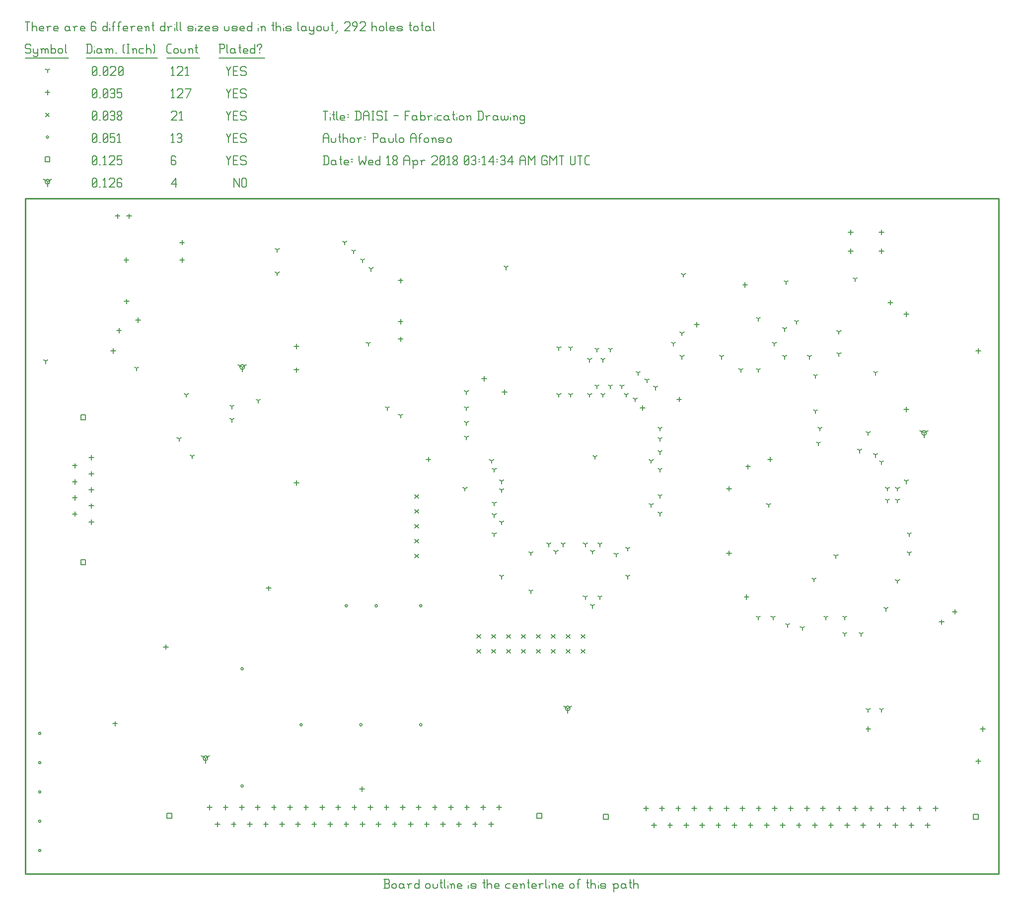
<source format=gbr>
G04 start of page 17 for group -3984 idx -3984 *
G04 Title: DAISI, fab *
G04 Creator: pcb 20140316 *
G04 CreationDate: Wed 18 Apr 2018 03:14:34 AM GMT UTC *
G04 For: afonsop *
G04 Format: Gerber/RS-274X *
G04 PCB-Dimensions (mil): 6540.00 4540.00 *
G04 PCB-Coordinate-Origin: lower left *
%MOIN*%
%FSLAX25Y25*%
%LNFAB*%
%ADD224C,0.0075*%
%ADD223C,0.0060*%
%ADD222C,0.0080*%
%ADD221C,0.0100*%
G54D221*X0Y454000D02*Y260D01*
X653543D01*
Y454000D01*
X0D01*
G54D222*X121063Y78016D02*Y74816D01*
Y78016D02*X123836Y79616D01*
X121063Y78016D02*X118290Y79616D01*
X119463Y78016D02*G75*G03X122663Y78016I1600J0D01*G01*
G75*G03X119463Y78016I-1600J0D01*G01*
X145669Y340811D02*Y337611D01*
Y340811D02*X148443Y342411D01*
X145669Y340811D02*X142896Y342411D01*
X144069Y340811D02*G75*G03X147269Y340811I1600J0D01*G01*
G75*G03X144069Y340811I-1600J0D01*G01*
X603346Y296520D02*Y293320D01*
Y296520D02*X606120Y298120D01*
X603346Y296520D02*X600573Y298120D01*
X601746Y296520D02*G75*G03X604946Y296520I1600J0D01*G01*
G75*G03X601746Y296520I-1600J0D01*G01*
X364173Y111480D02*Y108280D01*
Y111480D02*X366947Y113080D01*
X364173Y111480D02*X361400Y113080D01*
X362573Y111480D02*G75*G03X365773Y111480I1600J0D01*G01*
G75*G03X362573Y111480I-1600J0D01*G01*
X15000Y465250D02*Y462050D01*
Y465250D02*X17773Y466850D01*
X15000Y465250D02*X12227Y466850D01*
X13400Y465250D02*G75*G03X16600Y465250I1600J0D01*G01*
G75*G03X13400Y465250I-1600J0D01*G01*
G54D223*X140000Y467500D02*Y461500D01*
Y467500D02*X143750Y461500D01*
Y467500D02*Y461500D01*
X145550Y466750D02*Y462250D01*
Y466750D02*X146300Y467500D01*
X147800D01*
X148550Y466750D01*
Y462250D01*
X147800Y461500D02*X148550Y462250D01*
X146300Y461500D02*X147800D01*
X145550Y462250D02*X146300Y461500D01*
X98000Y463750D02*X101000Y467500D01*
X98000Y463750D02*X101750D01*
X101000Y467500D02*Y461500D01*
X45000Y462250D02*X45750Y461500D01*
X45000Y466750D02*Y462250D01*
Y466750D02*X45750Y467500D01*
X47250D01*
X48000Y466750D01*
Y462250D01*
X47250Y461500D02*X48000Y462250D01*
X45750Y461500D02*X47250D01*
X45000Y463000D02*X48000Y466000D01*
X49800Y461500D02*X50550D01*
X52350Y466300D02*X53550Y467500D01*
Y461500D01*
X52350D02*X54600D01*
X56400Y466750D02*X57150Y467500D01*
X59400D01*
X60150Y466750D01*
Y465250D01*
X56400Y461500D02*X60150Y465250D01*
X56400Y461500D02*X60150D01*
X64200Y467500D02*X64950Y466750D01*
X62700Y467500D02*X64200D01*
X61950Y466750D02*X62700Y467500D01*
X61950Y466750D02*Y462250D01*
X62700Y461500D01*
X64200Y464800D02*X64950Y464050D01*
X61950Y464800D02*X64200D01*
X62700Y461500D02*X64200D01*
X64950Y462250D01*
Y464050D02*Y462250D01*
X388164Y40246D02*X391364D01*
X388164D02*Y37046D01*
X391364D01*
Y40246D02*Y37046D01*
X636564Y40246D02*X639764D01*
X636564D02*Y37046D01*
X639764D01*
Y40246D02*Y37046D01*
X95205Y40924D02*X98405D01*
X95205D02*Y37724D01*
X98405D01*
Y40924D02*Y37724D01*
X343605Y40924D02*X346805D01*
X343605D02*Y37724D01*
X346805D01*
Y40924D02*Y37724D01*
X37353Y308517D02*X40553D01*
X37353D02*Y305317D01*
X40553D01*
Y308517D02*Y305317D01*
X37353Y211317D02*X40553D01*
X37353D02*Y208117D01*
X40553D01*
Y211317D02*Y208117D01*
X13400Y481850D02*X16600D01*
X13400D02*Y478650D01*
X16600D01*
Y481850D02*Y478650D01*
X135000Y482500D02*X136500Y479500D01*
X138000Y482500D01*
X136500Y479500D02*Y476500D01*
X139800Y479800D02*X142050D01*
X139800Y476500D02*X142800D01*
X139800Y482500D02*Y476500D01*
Y482500D02*X142800D01*
X147600D02*X148350Y481750D01*
X145350Y482500D02*X147600D01*
X144600Y481750D02*X145350Y482500D01*
X144600Y481750D02*Y480250D01*
X145350Y479500D01*
X147600D01*
X148350Y478750D01*
Y477250D01*
X147600Y476500D02*X148350Y477250D01*
X145350Y476500D02*X147600D01*
X144600Y477250D02*X145350Y476500D01*
X100250Y482500D02*X101000Y481750D01*
X98750Y482500D02*X100250D01*
X98000Y481750D02*X98750Y482500D01*
X98000Y481750D02*Y477250D01*
X98750Y476500D01*
X100250Y479800D02*X101000Y479050D01*
X98000Y479800D02*X100250D01*
X98750Y476500D02*X100250D01*
X101000Y477250D01*
Y479050D02*Y477250D01*
X45000D02*X45750Y476500D01*
X45000Y481750D02*Y477250D01*
Y481750D02*X45750Y482500D01*
X47250D01*
X48000Y481750D01*
Y477250D01*
X47250Y476500D02*X48000Y477250D01*
X45750Y476500D02*X47250D01*
X45000Y478000D02*X48000Y481000D01*
X49800Y476500D02*X50550D01*
X52350Y481300D02*X53550Y482500D01*
Y476500D01*
X52350D02*X54600D01*
X56400Y481750D02*X57150Y482500D01*
X59400D01*
X60150Y481750D01*
Y480250D01*
X56400Y476500D02*X60150Y480250D01*
X56400Y476500D02*X60150D01*
X61950Y482500D02*X64950D01*
X61950D02*Y479500D01*
X62700Y480250D01*
X64200D01*
X64950Y479500D01*
Y477250D01*
X64200Y476500D02*X64950Y477250D01*
X62700Y476500D02*X64200D01*
X61950Y477250D02*X62700Y476500D01*
X184436Y100457D02*G75*G03X186036Y100457I800J0D01*G01*
G75*G03X184436Y100457I-800J0D01*G01*
X224594D02*G75*G03X226194Y100457I800J0D01*G01*
G75*G03X224594Y100457I-800J0D01*G01*
X264751D02*G75*G03X266351Y100457I800J0D01*G01*
G75*G03X264751Y100457I-800J0D01*G01*
Y180378D02*G75*G03X266351Y180378I800J0D01*G01*
G75*G03X264751Y180378I-800J0D01*G01*
X234830D02*G75*G03X236430Y180378I800J0D01*G01*
G75*G03X234830Y180378I-800J0D01*G01*
X214751D02*G75*G03X216351Y180378I800J0D01*G01*
G75*G03X214751Y180378I-800J0D01*G01*
X144869Y138055D02*G75*G03X146469Y138055I800J0D01*G01*
G75*G03X144869Y138055I-800J0D01*G01*
Y59315D02*G75*G03X146469Y59315I800J0D01*G01*
G75*G03X144869Y59315I-800J0D01*G01*
X9043Y94748D02*G75*G03X10643Y94748I800J0D01*G01*
G75*G03X9043Y94748I-800J0D01*G01*
Y75063D02*G75*G03X10643Y75063I800J0D01*G01*
G75*G03X9043Y75063I-800J0D01*G01*
Y55378D02*G75*G03X10643Y55378I800J0D01*G01*
G75*G03X9043Y55378I-800J0D01*G01*
Y35693D02*G75*G03X10643Y35693I800J0D01*G01*
G75*G03X9043Y35693I-800J0D01*G01*
Y16008D02*G75*G03X10643Y16008I800J0D01*G01*
G75*G03X9043Y16008I-800J0D01*G01*
X14200Y495250D02*G75*G03X15800Y495250I800J0D01*G01*
G75*G03X14200Y495250I-800J0D01*G01*
X135000Y497500D02*X136500Y494500D01*
X138000Y497500D01*
X136500Y494500D02*Y491500D01*
X139800Y494800D02*X142050D01*
X139800Y491500D02*X142800D01*
X139800Y497500D02*Y491500D01*
Y497500D02*X142800D01*
X147600D02*X148350Y496750D01*
X145350Y497500D02*X147600D01*
X144600Y496750D02*X145350Y497500D01*
X144600Y496750D02*Y495250D01*
X145350Y494500D01*
X147600D01*
X148350Y493750D01*
Y492250D01*
X147600Y491500D02*X148350Y492250D01*
X145350Y491500D02*X147600D01*
X144600Y492250D02*X145350Y491500D01*
X98000Y496300D02*X99200Y497500D01*
Y491500D01*
X98000D02*X100250D01*
X102050Y496750D02*X102800Y497500D01*
X104300D01*
X105050Y496750D01*
X104300Y491500D02*X105050Y492250D01*
X102800Y491500D02*X104300D01*
X102050Y492250D02*X102800Y491500D01*
Y494800D02*X104300D01*
X105050Y496750D02*Y495550D01*
Y494050D02*Y492250D01*
Y494050D02*X104300Y494800D01*
X105050Y495550D02*X104300Y494800D01*
X45000Y492250D02*X45750Y491500D01*
X45000Y496750D02*Y492250D01*
Y496750D02*X45750Y497500D01*
X47250D01*
X48000Y496750D01*
Y492250D01*
X47250Y491500D02*X48000Y492250D01*
X45750Y491500D02*X47250D01*
X45000Y493000D02*X48000Y496000D01*
X49800Y491500D02*X50550D01*
X52350Y492250D02*X53100Y491500D01*
X52350Y496750D02*Y492250D01*
Y496750D02*X53100Y497500D01*
X54600D01*
X55350Y496750D01*
Y492250D01*
X54600Y491500D02*X55350Y492250D01*
X53100Y491500D02*X54600D01*
X52350Y493000D02*X55350Y496000D01*
X57150Y497500D02*X60150D01*
X57150D02*Y494500D01*
X57900Y495250D01*
X59400D01*
X60150Y494500D01*
Y492250D01*
X59400Y491500D02*X60150Y492250D01*
X57900Y491500D02*X59400D01*
X57150Y492250D02*X57900Y491500D01*
X61950Y496300D02*X63150Y497500D01*
Y491500D01*
X61950D02*X64200D01*
X261595Y215043D02*X263995Y212643D01*
X261595D02*X263995Y215043D01*
X261595Y225043D02*X263995Y222643D01*
X261595D02*X263995Y225043D01*
X261595Y235043D02*X263995Y232643D01*
X261595D02*X263995Y235043D01*
X261595Y245043D02*X263995Y242643D01*
X261595D02*X263995Y245043D01*
X261595Y255043D02*X263995Y252643D01*
X261595D02*X263995Y255043D01*
X373288Y161066D02*X375688Y158666D01*
X373288D02*X375688Y161066D01*
X373288Y151066D02*X375688Y148666D01*
X373288D02*X375688Y151066D01*
X363288Y161066D02*X365688Y158666D01*
X363288D02*X365688Y161066D01*
X363288Y151066D02*X365688Y148666D01*
X363288D02*X365688Y151066D01*
X353288Y161066D02*X355688Y158666D01*
X353288D02*X355688Y161066D01*
X353288Y151066D02*X355688Y148666D01*
X353288D02*X355688Y151066D01*
X343288Y161066D02*X345688Y158666D01*
X343288D02*X345688Y161066D01*
X343288Y151066D02*X345688Y148666D01*
X343288D02*X345688Y151066D01*
X333288Y161066D02*X335688Y158666D01*
X333288D02*X335688Y161066D01*
X333288Y151066D02*X335688Y148666D01*
X333288D02*X335688Y151066D01*
X323288Y161066D02*X325688Y158666D01*
X323288D02*X325688Y161066D01*
X323288Y151066D02*X325688Y148666D01*
X323288D02*X325688Y151066D01*
X313288Y161066D02*X315688Y158666D01*
X313288D02*X315688Y161066D01*
X313288Y151066D02*X315688Y148666D01*
X313288D02*X315688Y151066D01*
X303288Y161066D02*X305688Y158666D01*
X303288D02*X305688Y161066D01*
X303288Y151066D02*X305688Y148666D01*
X303288D02*X305688Y151066D01*
X13800Y511450D02*X16200Y509050D01*
X13800D02*X16200Y511450D01*
X135000Y512500D02*X136500Y509500D01*
X138000Y512500D01*
X136500Y509500D02*Y506500D01*
X139800Y509800D02*X142050D01*
X139800Y506500D02*X142800D01*
X139800Y512500D02*Y506500D01*
Y512500D02*X142800D01*
X147600D02*X148350Y511750D01*
X145350Y512500D02*X147600D01*
X144600Y511750D02*X145350Y512500D01*
X144600Y511750D02*Y510250D01*
X145350Y509500D01*
X147600D01*
X148350Y508750D01*
Y507250D01*
X147600Y506500D02*X148350Y507250D01*
X145350Y506500D02*X147600D01*
X144600Y507250D02*X145350Y506500D01*
X98000Y511750D02*X98750Y512500D01*
X101000D01*
X101750Y511750D01*
Y510250D01*
X98000Y506500D02*X101750Y510250D01*
X98000Y506500D02*X101750D01*
X103550Y511300D02*X104750Y512500D01*
Y506500D01*
X103550D02*X105800D01*
X45000Y507250D02*X45750Y506500D01*
X45000Y511750D02*Y507250D01*
Y511750D02*X45750Y512500D01*
X47250D01*
X48000Y511750D01*
Y507250D01*
X47250Y506500D02*X48000Y507250D01*
X45750Y506500D02*X47250D01*
X45000Y508000D02*X48000Y511000D01*
X49800Y506500D02*X50550D01*
X52350Y507250D02*X53100Y506500D01*
X52350Y511750D02*Y507250D01*
Y511750D02*X53100Y512500D01*
X54600D01*
X55350Y511750D01*
Y507250D01*
X54600Y506500D02*X55350Y507250D01*
X53100Y506500D02*X54600D01*
X52350Y508000D02*X55350Y511000D01*
X57150Y511750D02*X57900Y512500D01*
X59400D01*
X60150Y511750D01*
X59400Y506500D02*X60150Y507250D01*
X57900Y506500D02*X59400D01*
X57150Y507250D02*X57900Y506500D01*
Y509800D02*X59400D01*
X60150Y511750D02*Y510550D01*
Y509050D02*Y507250D01*
Y509050D02*X59400Y509800D01*
X60150Y510550D02*X59400Y509800D01*
X61950Y507250D02*X62700Y506500D01*
X61950Y508450D02*Y507250D01*
Y508450D02*X63000Y509500D01*
X63900D01*
X64950Y508450D01*
Y507250D01*
X64200Y506500D02*X64950Y507250D01*
X62700Y506500D02*X64200D01*
X61950Y510550D02*X63000Y509500D01*
X61950Y511750D02*Y510550D01*
Y511750D02*X62700Y512500D01*
X64200D01*
X64950Y511750D01*
Y510550D01*
X63900Y509500D02*X64950Y510550D01*
X611164Y45846D02*Y42646D01*
X609564Y44246D02*X612764D01*
X600364Y45846D02*Y42646D01*
X598764Y44246D02*X601964D01*
X589564Y45846D02*Y42646D01*
X587964Y44246D02*X591164D01*
X578764Y45846D02*Y42646D01*
X577164Y44246D02*X580364D01*
X567964Y45846D02*Y42646D01*
X566364Y44246D02*X569564D01*
X557164Y45846D02*Y42646D01*
X555564Y44246D02*X558764D01*
X546364Y45846D02*Y42646D01*
X544764Y44246D02*X547964D01*
X535564Y45846D02*Y42646D01*
X533964Y44246D02*X537164D01*
X524764Y45846D02*Y42646D01*
X523164Y44246D02*X526364D01*
X513964Y45846D02*Y42646D01*
X512364Y44246D02*X515564D01*
X503164Y45846D02*Y42646D01*
X501564Y44246D02*X504764D01*
X492364Y45846D02*Y42646D01*
X490764Y44246D02*X493964D01*
X481564Y45846D02*Y42646D01*
X479964Y44246D02*X483164D01*
X470764Y45846D02*Y42646D01*
X469164Y44246D02*X472364D01*
X459964Y45846D02*Y42646D01*
X458364Y44246D02*X461564D01*
X449164Y45846D02*Y42646D01*
X447564Y44246D02*X450764D01*
X438364Y45846D02*Y42646D01*
X436764Y44246D02*X439964D01*
X427564Y45846D02*Y42646D01*
X425964Y44246D02*X429164D01*
X416764Y45846D02*Y42646D01*
X415164Y44246D02*X418364D01*
X605764Y34646D02*Y31446D01*
X604164Y33046D02*X607364D01*
X594964Y34646D02*Y31446D01*
X593364Y33046D02*X596564D01*
X584164Y34646D02*Y31446D01*
X582564Y33046D02*X585764D01*
X573364Y34646D02*Y31446D01*
X571764Y33046D02*X574964D01*
X562564Y34646D02*Y31446D01*
X560964Y33046D02*X564164D01*
X551764Y34646D02*Y31446D01*
X550164Y33046D02*X553364D01*
X540964Y34646D02*Y31446D01*
X539364Y33046D02*X542564D01*
X530164Y34646D02*Y31446D01*
X528564Y33046D02*X531764D01*
X519364Y34646D02*Y31446D01*
X517764Y33046D02*X520964D01*
X508564Y34646D02*Y31446D01*
X506964Y33046D02*X510164D01*
X497764Y34646D02*Y31446D01*
X496164Y33046D02*X499364D01*
X486964Y34646D02*Y31446D01*
X485364Y33046D02*X488564D01*
X476164Y34646D02*Y31446D01*
X474564Y33046D02*X477764D01*
X465364Y34646D02*Y31446D01*
X463764Y33046D02*X466964D01*
X454564Y34646D02*Y31446D01*
X452964Y33046D02*X456164D01*
X443764Y34646D02*Y31446D01*
X442164Y33046D02*X445364D01*
X432964Y34646D02*Y31446D01*
X431364Y33046D02*X434564D01*
X422164Y34646D02*Y31446D01*
X420564Y33046D02*X423764D01*
X318205Y46524D02*Y43324D01*
X316605Y44924D02*X319805D01*
X307405Y46524D02*Y43324D01*
X305805Y44924D02*X309005D01*
X296605Y46524D02*Y43324D01*
X295005Y44924D02*X298205D01*
X285805Y46524D02*Y43324D01*
X284205Y44924D02*X287405D01*
X275005Y46524D02*Y43324D01*
X273405Y44924D02*X276605D01*
X264205Y46524D02*Y43324D01*
X262605Y44924D02*X265805D01*
X253405Y46524D02*Y43324D01*
X251805Y44924D02*X255005D01*
X242605Y46524D02*Y43324D01*
X241005Y44924D02*X244205D01*
X231805Y46524D02*Y43324D01*
X230205Y44924D02*X233405D01*
X221005Y46524D02*Y43324D01*
X219405Y44924D02*X222605D01*
X210205Y46524D02*Y43324D01*
X208605Y44924D02*X211805D01*
X199405Y46524D02*Y43324D01*
X197805Y44924D02*X201005D01*
X188605Y46524D02*Y43324D01*
X187005Y44924D02*X190205D01*
X177805Y46524D02*Y43324D01*
X176205Y44924D02*X179405D01*
X167005Y46524D02*Y43324D01*
X165405Y44924D02*X168605D01*
X156205Y46524D02*Y43324D01*
X154605Y44924D02*X157805D01*
X145405Y46524D02*Y43324D01*
X143805Y44924D02*X147005D01*
X134605Y46524D02*Y43324D01*
X133005Y44924D02*X136205D01*
X123805Y46524D02*Y43324D01*
X122205Y44924D02*X125405D01*
X312805Y35324D02*Y32124D01*
X311205Y33724D02*X314405D01*
X302005Y35324D02*Y32124D01*
X300405Y33724D02*X303605D01*
X291205Y35324D02*Y32124D01*
X289605Y33724D02*X292805D01*
X280405Y35324D02*Y32124D01*
X278805Y33724D02*X282005D01*
X269605Y35324D02*Y32124D01*
X268005Y33724D02*X271205D01*
X258805Y35324D02*Y32124D01*
X257205Y33724D02*X260405D01*
X248005Y35324D02*Y32124D01*
X246405Y33724D02*X249605D01*
X237205Y35324D02*Y32124D01*
X235605Y33724D02*X238805D01*
X226405Y35324D02*Y32124D01*
X224805Y33724D02*X228005D01*
X215605Y35324D02*Y32124D01*
X214005Y33724D02*X217205D01*
X204805Y35324D02*Y32124D01*
X203205Y33724D02*X206405D01*
X194005Y35324D02*Y32124D01*
X192405Y33724D02*X195605D01*
X183205Y35324D02*Y32124D01*
X181605Y33724D02*X184805D01*
X172405Y35324D02*Y32124D01*
X170805Y33724D02*X174005D01*
X161605Y35324D02*Y32124D01*
X160005Y33724D02*X163205D01*
X150805Y35324D02*Y32124D01*
X149205Y33724D02*X152405D01*
X140005Y35324D02*Y32124D01*
X138405Y33724D02*X141605D01*
X129205Y35324D02*Y32124D01*
X127605Y33724D02*X130805D01*
X44553Y238317D02*Y235117D01*
X42953Y236717D02*X46153D01*
X44553Y249117D02*Y245917D01*
X42953Y247517D02*X46153D01*
X44553Y259917D02*Y256717D01*
X42953Y258317D02*X46153D01*
X44553Y270717D02*Y267517D01*
X42953Y269117D02*X46153D01*
X44553Y281517D02*Y278317D01*
X42953Y279917D02*X46153D01*
X33353Y243717D02*Y240517D01*
X31753Y242117D02*X34953D01*
X33353Y254517D02*Y251317D01*
X31753Y252917D02*X34953D01*
X33353Y265317D02*Y262117D01*
X31753Y263717D02*X34953D01*
X33353Y276117D02*Y272917D01*
X31753Y274517D02*X34953D01*
X639764Y77647D02*Y74447D01*
X638164Y76047D02*X641364D01*
X163386Y193789D02*Y190589D01*
X161786Y192189D02*X164986D01*
X321850Y325679D02*Y322479D01*
X320250Y324079D02*X323450D01*
X270669Y280403D02*Y277203D01*
X269069Y278803D02*X272269D01*
X414370Y314852D02*Y311652D01*
X412770Y313252D02*X415970D01*
X438976Y320757D02*Y317557D01*
X437376Y319157D02*X440576D01*
X472441Y260718D02*Y257518D01*
X470841Y259118D02*X474041D01*
X472441Y217411D02*Y214211D01*
X470841Y215811D02*X474041D01*
X484252Y187883D02*Y184683D01*
X482652Y186283D02*X485852D01*
X485236Y275482D02*Y272282D01*
X483636Y273882D02*X486836D01*
X105315Y414261D02*Y411061D01*
X103715Y412661D02*X106915D01*
X105315Y426072D02*Y422872D01*
X103715Y424472D02*X106915D01*
X68189Y386427D02*Y383227D01*
X66589Y384827D02*X69789D01*
X67913Y414261D02*Y411061D01*
X66313Y412661D02*X69513D01*
X59055Y353238D02*Y350038D01*
X57455Y351638D02*X60655D01*
X639764Y353238D02*Y350038D01*
X638164Y351638D02*X641364D01*
X251969Y372923D02*Y369723D01*
X250369Y371323D02*X253569D01*
X251969Y361112D02*Y357912D01*
X250369Y359512D02*X253569D01*
X251969Y400482D02*Y397282D01*
X250369Y398882D02*X253569D01*
X226167Y59025D02*Y55825D01*
X224567Y57425D02*X227767D01*
X60303Y102777D02*Y99577D01*
X58703Y101177D02*X61903D01*
X94488Y154419D02*Y151219D01*
X92888Y152819D02*X96088D01*
X450787Y370954D02*Y367754D01*
X449187Y369354D02*X452387D01*
X642717Y99301D02*Y96101D01*
X641117Y97701D02*X644317D01*
X565945Y99301D02*Y96101D01*
X564345Y97701D02*X567545D01*
X554134Y420167D02*Y416967D01*
X552534Y418567D02*X555734D01*
X574803Y420167D02*Y416967D01*
X573203Y418567D02*X576403D01*
X554134Y432962D02*Y429762D01*
X552534Y431362D02*X555734D01*
X574803Y432962D02*Y429762D01*
X573203Y431362D02*X576403D01*
X591535Y313868D02*Y310668D01*
X589935Y312268D02*X593135D01*
X500000Y280403D02*Y277203D01*
X498400Y278803D02*X501600D01*
X308071Y334537D02*Y331337D01*
X306471Y332937D02*X309671D01*
X483268Y397529D02*Y394329D01*
X481668Y395929D02*X484868D01*
X182087Y356191D02*Y352991D01*
X180487Y354591D02*X183687D01*
X182087Y264655D02*Y261455D01*
X180487Y263055D02*X183687D01*
X182087Y340443D02*Y337243D01*
X180487Y338843D02*X183687D01*
X62992Y367017D02*Y363817D01*
X61392Y365417D02*X64592D01*
X75787Y373907D02*Y370707D01*
X74187Y372307D02*X77387D01*
X69882Y443789D02*Y440589D01*
X68282Y442189D02*X71482D01*
X62008Y443789D02*Y440589D01*
X60408Y442189D02*X63608D01*
X580709Y385718D02*Y382518D01*
X579109Y384118D02*X582309D01*
X591535Y377844D02*Y374644D01*
X589935Y376244D02*X593135D01*
X615157Y171151D02*Y167951D01*
X613557Y169551D02*X616757D01*
X624016Y178041D02*Y174841D01*
X622416Y176441D02*X625616D01*
X15000Y526850D02*Y523650D01*
X13400Y525250D02*X16600D01*
X135000Y527500D02*X136500Y524500D01*
X138000Y527500D01*
X136500Y524500D02*Y521500D01*
X139800Y524800D02*X142050D01*
X139800Y521500D02*X142800D01*
X139800Y527500D02*Y521500D01*
Y527500D02*X142800D01*
X147600D02*X148350Y526750D01*
X145350Y527500D02*X147600D01*
X144600Y526750D02*X145350Y527500D01*
X144600Y526750D02*Y525250D01*
X145350Y524500D01*
X147600D01*
X148350Y523750D01*
Y522250D01*
X147600Y521500D02*X148350Y522250D01*
X145350Y521500D02*X147600D01*
X144600Y522250D02*X145350Y521500D01*
X98000Y526300D02*X99200Y527500D01*
Y521500D01*
X98000D02*X100250D01*
X102050Y526750D02*X102800Y527500D01*
X105050D01*
X105800Y526750D01*
Y525250D01*
X102050Y521500D02*X105800Y525250D01*
X102050Y521500D02*X105800D01*
X108350D02*X111350Y527500D01*
X107600D02*X111350D01*
X45000Y522250D02*X45750Y521500D01*
X45000Y526750D02*Y522250D01*
Y526750D02*X45750Y527500D01*
X47250D01*
X48000Y526750D01*
Y522250D01*
X47250Y521500D02*X48000Y522250D01*
X45750Y521500D02*X47250D01*
X45000Y523000D02*X48000Y526000D01*
X49800Y521500D02*X50550D01*
X52350Y522250D02*X53100Y521500D01*
X52350Y526750D02*Y522250D01*
Y526750D02*X53100Y527500D01*
X54600D01*
X55350Y526750D01*
Y522250D01*
X54600Y521500D02*X55350Y522250D01*
X53100Y521500D02*X54600D01*
X52350Y523000D02*X55350Y526000D01*
X57150Y526750D02*X57900Y527500D01*
X59400D01*
X60150Y526750D01*
X59400Y521500D02*X60150Y522250D01*
X57900Y521500D02*X59400D01*
X57150Y522250D02*X57900Y521500D01*
Y524800D02*X59400D01*
X60150Y526750D02*Y525550D01*
Y524050D02*Y522250D01*
Y524050D02*X59400Y524800D01*
X60150Y525550D02*X59400Y524800D01*
X61950Y527500D02*X64950D01*
X61950D02*Y524500D01*
X62700Y525250D01*
X64200D01*
X64950Y524500D01*
Y522250D01*
X64200Y521500D02*X64950Y522250D01*
X62700Y521500D02*X64200D01*
X61950Y522250D02*X62700Y521500D01*
X108268Y322110D02*Y320510D01*
Y322110D02*X109654Y322910D01*
X108268Y322110D02*X106881Y322910D01*
X103346Y292583D02*Y290983D01*
Y292583D02*X104733Y293383D01*
X103346Y292583D02*X101960Y293383D01*
X319882Y264039D02*Y262439D01*
Y264039D02*X321269Y264839D01*
X319882Y264039D02*X318495Y264839D01*
X319882Y258134D02*Y256534D01*
Y258134D02*X321269Y258934D01*
X319882Y258134D02*X318495Y258934D01*
X314961Y249276D02*Y247676D01*
Y249276D02*X316347Y250076D01*
X314961Y249276D02*X313574Y250076D01*
X314961Y241402D02*Y239802D01*
Y241402D02*X316347Y242202D01*
X314961Y241402D02*X313574Y242202D01*
X314961Y228606D02*Y227006D01*
Y228606D02*X316347Y229406D01*
X314961Y228606D02*X313574Y229406D01*
X243110Y313252D02*Y311652D01*
Y313252D02*X244497Y314052D01*
X243110Y313252D02*X241724Y314052D01*
X296260Y313252D02*Y311652D01*
Y313252D02*X297647Y314052D01*
X296260Y313252D02*X294873Y314052D01*
X230315Y356559D02*Y354959D01*
Y356559D02*X231702Y357359D01*
X230315Y356559D02*X228928Y357359D01*
X296260Y324079D02*Y322479D01*
Y324079D02*X297647Y324879D01*
X296260Y324079D02*X294873Y324879D01*
X339567Y215811D02*Y214211D01*
Y215811D02*X340954Y216611D01*
X339567Y215811D02*X338180Y216611D01*
X339567Y190220D02*Y188620D01*
Y190220D02*X340954Y191020D01*
X339567Y190220D02*X338180Y191020D01*
X366142Y322110D02*Y320510D01*
Y322110D02*X367528Y322910D01*
X366142Y322110D02*X364755Y322910D01*
X358268Y322110D02*Y320510D01*
Y322110D02*X359654Y322910D01*
X358268Y322110D02*X356881Y322910D01*
X319882Y200063D02*Y198463D01*
Y200063D02*X321269Y200863D01*
X319882Y200063D02*X318495Y200863D01*
X319882Y236480D02*Y234880D01*
Y236480D02*X321269Y237280D01*
X319882Y236480D02*X318495Y237280D01*
X404528Y218764D02*Y217164D01*
Y218764D02*X405914Y219564D01*
X404528Y218764D02*X403141Y219564D01*
X138780Y314236D02*Y312636D01*
Y314236D02*X140166Y315036D01*
X138780Y314236D02*X137393Y315036D01*
X138780Y305378D02*Y303778D01*
Y305378D02*X140166Y306178D01*
X138780Y305378D02*X137393Y306178D01*
X296260Y303409D02*Y301809D01*
Y303409D02*X297647Y304209D01*
X296260Y303409D02*X294873Y304209D01*
X296260Y293567D02*Y291967D01*
Y293567D02*X297647Y294367D01*
X296260Y293567D02*X294873Y294367D01*
X251969Y308331D02*Y306731D01*
Y308331D02*X253355Y309131D01*
X251969Y308331D02*X250582Y309131D01*
X156496Y318173D02*Y316573D01*
Y318173D02*X157883Y318973D01*
X156496Y318173D02*X155109Y318973D01*
X404528Y200063D02*Y198463D01*
Y200063D02*X405914Y200863D01*
X404528Y200063D02*X403141Y200863D01*
X585630Y259118D02*Y257518D01*
Y259118D02*X587017Y259918D01*
X585630Y259118D02*X584243Y259918D01*
X585630Y251244D02*Y249644D01*
Y251244D02*X587017Y252044D01*
X585630Y251244D02*X584243Y252044D01*
X593504Y228606D02*Y227006D01*
Y228606D02*X594891Y229406D01*
X593504Y228606D02*X592117Y229406D01*
X593504Y215811D02*Y214211D01*
Y215811D02*X594891Y216611D01*
X593504Y215811D02*X592117Y216611D01*
X578740Y251244D02*Y249644D01*
Y251244D02*X580127Y252044D01*
X578740Y251244D02*X577353Y252044D01*
X574803Y276835D02*Y275235D01*
Y276835D02*X576190Y277635D01*
X574803Y276835D02*X573416Y277635D01*
X570866Y281756D02*Y280156D01*
Y281756D02*X572253Y282556D01*
X570866Y281756D02*X569479Y282556D01*
X565945Y296520D02*Y294920D01*
Y296520D02*X567332Y297320D01*
X565945Y296520D02*X564558Y297320D01*
X560039Y284709D02*Y283109D01*
Y284709D02*X561426Y285509D01*
X560039Y284709D02*X558653Y285509D01*
X426181Y254197D02*Y252597D01*
Y254197D02*X427568Y254997D01*
X426181Y254197D02*X424794Y254997D01*
X426181Y242386D02*Y240786D01*
Y242386D02*X427568Y243186D01*
X426181Y242386D02*X424794Y243186D01*
X420276Y248291D02*Y246691D01*
Y248291D02*X421662Y249091D01*
X420276Y248291D02*X418889Y249091D01*
X533465Y299472D02*Y297872D01*
Y299472D02*X534851Y300272D01*
X533465Y299472D02*X532078Y300272D01*
X532480Y289630D02*Y288030D01*
Y289630D02*X533867Y290430D01*
X532480Y289630D02*X531094Y290430D01*
X426181Y283724D02*Y282124D01*
Y283724D02*X427568Y284524D01*
X426181Y283724D02*X424794Y284524D01*
X426181Y271913D02*Y270313D01*
Y271913D02*X427568Y272713D01*
X426181Y271913D02*X424794Y272713D01*
X420276Y277819D02*Y276219D01*
Y277819D02*X421662Y278619D01*
X420276Y277819D02*X418889Y278619D01*
X426181Y299472D02*Y297872D01*
Y299472D02*X427568Y300272D01*
X426181Y299472D02*X424794Y300272D01*
X426181Y292583D02*Y290983D01*
Y292583D02*X427568Y293383D01*
X426181Y292583D02*X424794Y293383D01*
X546260Y349669D02*Y348069D01*
Y349669D02*X547647Y350469D01*
X546260Y349669D02*X544873Y350469D01*
X570866Y336874D02*Y335274D01*
Y336874D02*X572253Y337674D01*
X570866Y336874D02*X569479Y337674D01*
X546260Y364433D02*Y362833D01*
Y364433D02*X547647Y365233D01*
X546260Y364433D02*X544873Y365233D01*
X585630Y197110D02*Y195510D01*
Y197110D02*X587017Y197910D01*
X585630Y197110D02*X584243Y197910D01*
X577756Y178409D02*Y176809D01*
Y178409D02*X579143Y179209D01*
X577756Y178409D02*X576369Y179209D01*
X578740Y259118D02*Y257518D01*
Y259118D02*X580127Y259918D01*
X578740Y259118D02*X577353Y259918D01*
X378937Y322110D02*Y320510D01*
Y322110D02*X380324Y322910D01*
X378937Y322110D02*X377550Y322910D01*
X392717Y328016D02*Y326416D01*
Y328016D02*X394103Y328816D01*
X392717Y328016D02*X391330Y328816D01*
X387795Y322110D02*Y320510D01*
Y322110D02*X389182Y322910D01*
X387795Y322110D02*X386409Y322910D01*
X383858Y328016D02*Y326416D01*
Y328016D02*X385245Y328816D01*
X383858Y328016D02*X382472Y328816D01*
X499016Y248291D02*Y246691D01*
Y248291D02*X500402Y249091D01*
X499016Y248291D02*X497629Y249091D01*
X591535Y264039D02*Y262439D01*
Y264039D02*X592922Y264839D01*
X591535Y264039D02*X590149Y264839D01*
X550197Y172504D02*Y170904D01*
Y172504D02*X551584Y173304D01*
X550197Y172504D02*X548810Y173304D01*
X521654Y165614D02*Y164014D01*
Y165614D02*X523040Y166414D01*
X521654Y165614D02*X520267Y166414D01*
X511811Y167583D02*Y165983D01*
Y167583D02*X513198Y168383D01*
X511811Y167583D02*X510424Y168383D01*
X501969Y172504D02*Y170904D01*
Y172504D02*X503355Y173304D01*
X501969Y172504D02*X500582Y173304D01*
X492126Y172504D02*Y170904D01*
Y172504D02*X493513Y173304D01*
X492126Y172504D02*X490739Y173304D01*
X550197Y161677D02*Y160077D01*
Y161677D02*X551584Y162477D01*
X550197Y161677D02*X548810Y162477D01*
X561024Y161677D02*Y160077D01*
Y161677D02*X562410Y162477D01*
X561024Y161677D02*X559637Y162477D01*
X537402Y172504D02*Y170904D01*
Y172504D02*X538788Y173304D01*
X537402Y172504D02*X536015Y173304D01*
X530512Y311283D02*Y309683D01*
Y311283D02*X531898Y312083D01*
X530512Y311283D02*X529125Y312083D01*
X529528Y198094D02*Y196494D01*
Y198094D02*X530914Y198894D01*
X529528Y198094D02*X528141Y198894D01*
X574803Y110496D02*Y108896D01*
Y110496D02*X576190Y111296D01*
X574803Y110496D02*X573416Y111296D01*
X396654Y214827D02*Y213227D01*
Y214827D02*X398040Y215627D01*
X396654Y214827D02*X395267Y215627D01*
X226378Y412661D02*Y411061D01*
Y412661D02*X227765Y413461D01*
X226378Y412661D02*X224991Y413461D01*
X232283Y406756D02*Y405156D01*
Y406756D02*X233670Y407556D01*
X232283Y406756D02*X230897Y407556D01*
X220472Y418567D02*Y416967D01*
Y418567D02*X221859Y419367D01*
X220472Y418567D02*X219086Y419367D01*
X214567Y424472D02*Y422872D01*
Y424472D02*X215954Y425272D01*
X214567Y424472D02*X213180Y425272D01*
X112205Y280772D02*Y279172D01*
Y280772D02*X113591Y281572D01*
X112205Y280772D02*X110818Y281572D01*
X366142Y353606D02*Y352006D01*
Y353606D02*X367528Y354406D01*
X366142Y353606D02*X364755Y354406D01*
X358268Y353606D02*Y352006D01*
Y353606D02*X359654Y354406D01*
X358268Y353606D02*X356881Y354406D01*
X378937Y345732D02*Y344132D01*
Y345732D02*X380324Y346532D01*
X378937Y345732D02*X377550Y346532D01*
X383858Y352622D02*Y351022D01*
Y352622D02*X385245Y353422D01*
X383858Y352622D02*X382472Y353422D01*
X387795Y345732D02*Y344132D01*
Y345732D02*X389182Y346532D01*
X387795Y345732D02*X386409Y346532D01*
X392717Y352622D02*Y351022D01*
Y352622D02*X394103Y353422D01*
X392717Y352622D02*X391330Y353422D01*
X530512Y334906D02*Y333306D01*
Y334906D02*X531898Y335706D01*
X530512Y334906D02*X529125Y335706D01*
X509843Y366402D02*Y364802D01*
Y366402D02*X511229Y367202D01*
X509843Y366402D02*X508456Y367202D01*
X517717Y371323D02*Y369723D01*
Y371323D02*X519103Y372123D01*
X517717Y371323D02*X516330Y372123D01*
X435039Y356559D02*Y354959D01*
Y356559D02*X436426Y357359D01*
X435039Y356559D02*X433653Y357359D01*
X467520Y347701D02*Y346101D01*
Y347701D02*X468906Y348501D01*
X467520Y347701D02*X466133Y348501D01*
X480315Y338843D02*Y337243D01*
Y338843D02*X481702Y339643D01*
X480315Y338843D02*X478928Y339643D01*
X526575Y347701D02*Y346101D01*
Y347701D02*X527961Y348501D01*
X526575Y347701D02*X525188Y348501D01*
X440945Y363449D02*Y361849D01*
Y363449D02*X442332Y364249D01*
X440945Y363449D02*X439558Y364249D01*
X440945Y347701D02*Y346101D01*
Y347701D02*X442332Y348501D01*
X440945Y347701D02*X439558Y348501D01*
X492126Y373291D02*Y371691D01*
Y373291D02*X493513Y374091D01*
X492126Y373291D02*X490739Y374091D01*
X492126Y338843D02*Y337243D01*
Y338843D02*X493513Y339643D01*
X492126Y338843D02*X490739Y339643D01*
X502953Y356559D02*Y354959D01*
Y356559D02*X504339Y357359D01*
X502953Y356559D02*X501566Y357359D01*
X509843Y347701D02*Y346101D01*
Y347701D02*X511229Y348501D01*
X509843Y347701D02*X508456Y348501D01*
X409449Y319157D02*Y317557D01*
Y319157D02*X410835Y319957D01*
X409449Y319157D02*X408062Y319957D01*
X403543Y322110D02*Y320510D01*
Y322110D02*X404930Y322910D01*
X403543Y322110D02*X402157Y322910D01*
X400591Y328016D02*Y326416D01*
Y328016D02*X401977Y328816D01*
X400591Y328016D02*X399204Y328816D01*
X411417Y336874D02*Y335274D01*
Y336874D02*X412804Y337674D01*
X411417Y336874D02*X410031Y337674D01*
X417323Y331953D02*Y330353D01*
Y331953D02*X418710Y332753D01*
X417323Y331953D02*X415936Y332753D01*
X423228Y327031D02*Y325431D01*
Y327031D02*X424615Y327831D01*
X423228Y327031D02*X421842Y327831D01*
X441929Y402819D02*Y401219D01*
Y402819D02*X443316Y403619D01*
X441929Y402819D02*X440542Y403619D01*
X510827Y397898D02*Y396298D01*
Y397898D02*X512213Y398698D01*
X510827Y397898D02*X509440Y398698D01*
X312992Y277819D02*Y276219D01*
Y277819D02*X314379Y278619D01*
X312992Y277819D02*X311605Y278619D01*
X314961Y271913D02*Y270313D01*
Y271913D02*X316347Y272713D01*
X314961Y271913D02*X313574Y272713D01*
X351378Y221717D02*Y220117D01*
Y221717D02*X352765Y222517D01*
X351378Y221717D02*X349991Y222517D01*
X356299Y216795D02*Y215195D01*
Y216795D02*X357686Y217595D01*
X356299Y216795D02*X354913Y217595D01*
X361220Y221717D02*Y220117D01*
Y221717D02*X362607Y222517D01*
X361220Y221717D02*X359834Y222517D01*
X375984Y221717D02*Y220117D01*
Y221717D02*X377371Y222517D01*
X375984Y221717D02*X374598Y222517D01*
X380906Y216795D02*Y215195D01*
Y216795D02*X382292Y217595D01*
X380906Y216795D02*X379519Y217595D01*
X385827Y221717D02*Y220117D01*
Y221717D02*X387213Y222517D01*
X385827Y221717D02*X384440Y222517D01*
X385827Y186283D02*Y184683D01*
Y186283D02*X387213Y187083D01*
X385827Y186283D02*X384440Y187083D01*
X380906Y180378D02*Y178778D01*
Y180378D02*X382292Y181178D01*
X380906Y180378D02*X379519Y181178D01*
X375984Y186283D02*Y184683D01*
Y186283D02*X377371Y187083D01*
X375984Y186283D02*X374598Y187083D01*
X169291Y419551D02*Y417951D01*
Y419551D02*X170678Y420351D01*
X169291Y419551D02*X167905Y420351D01*
X169291Y403803D02*Y402203D01*
Y403803D02*X170678Y404603D01*
X169291Y403803D02*X167905Y404603D01*
X74803Y339827D02*Y338227D01*
Y339827D02*X76190Y340627D01*
X74803Y339827D02*X73416Y340627D01*
X13780Y344748D02*Y343148D01*
Y344748D02*X15166Y345548D01*
X13780Y344748D02*X12393Y345548D01*
X382551Y280448D02*Y278848D01*
Y280448D02*X383937Y281248D01*
X382551Y280448D02*X381164Y281248D01*
X565945Y110496D02*Y108896D01*
Y110496D02*X567332Y111296D01*
X565945Y110496D02*X564558Y111296D01*
X322835Y407740D02*Y406140D01*
Y407740D02*X324221Y408540D01*
X322835Y407740D02*X321448Y408540D01*
X557087Y399866D02*Y398266D01*
Y399866D02*X558473Y400666D01*
X557087Y399866D02*X555700Y400666D01*
X544291Y213843D02*Y212243D01*
Y213843D02*X545678Y214643D01*
X544291Y213843D02*X542905Y214643D01*
X295276Y259118D02*Y257518D01*
Y259118D02*X296662Y259918D01*
X295276Y259118D02*X293889Y259918D01*
X15000Y540250D02*Y538650D01*
Y540250D02*X16387Y541050D01*
X15000Y540250D02*X13613Y541050D01*
X135000Y542500D02*X136500Y539500D01*
X138000Y542500D01*
X136500Y539500D02*Y536500D01*
X139800Y539800D02*X142050D01*
X139800Y536500D02*X142800D01*
X139800Y542500D02*Y536500D01*
Y542500D02*X142800D01*
X147600D02*X148350Y541750D01*
X145350Y542500D02*X147600D01*
X144600Y541750D02*X145350Y542500D01*
X144600Y541750D02*Y540250D01*
X145350Y539500D01*
X147600D01*
X148350Y538750D01*
Y537250D01*
X147600Y536500D02*X148350Y537250D01*
X145350Y536500D02*X147600D01*
X144600Y537250D02*X145350Y536500D01*
X98000Y541300D02*X99200Y542500D01*
Y536500D01*
X98000D02*X100250D01*
X102050Y541750D02*X102800Y542500D01*
X105050D01*
X105800Y541750D01*
Y540250D01*
X102050Y536500D02*X105800Y540250D01*
X102050Y536500D02*X105800D01*
X107600Y541300D02*X108800Y542500D01*
Y536500D01*
X107600D02*X109850D01*
X45000Y537250D02*X45750Y536500D01*
X45000Y541750D02*Y537250D01*
Y541750D02*X45750Y542500D01*
X47250D01*
X48000Y541750D01*
Y537250D01*
X47250Y536500D02*X48000Y537250D01*
X45750Y536500D02*X47250D01*
X45000Y538000D02*X48000Y541000D01*
X49800Y536500D02*X50550D01*
X52350Y537250D02*X53100Y536500D01*
X52350Y541750D02*Y537250D01*
Y541750D02*X53100Y542500D01*
X54600D01*
X55350Y541750D01*
Y537250D01*
X54600Y536500D02*X55350Y537250D01*
X53100Y536500D02*X54600D01*
X52350Y538000D02*X55350Y541000D01*
X57150Y541750D02*X57900Y542500D01*
X60150D01*
X60900Y541750D01*
Y540250D01*
X57150Y536500D02*X60900Y540250D01*
X57150Y536500D02*X60900D01*
X62700Y537250D02*X63450Y536500D01*
X62700Y541750D02*Y537250D01*
Y541750D02*X63450Y542500D01*
X64950D01*
X65700Y541750D01*
Y537250D01*
X64950Y536500D02*X65700Y537250D01*
X63450Y536500D02*X64950D01*
X62700Y538000D02*X65700Y541000D01*
X3000Y557500D02*X3750Y556750D01*
X750Y557500D02*X3000D01*
X0Y556750D02*X750Y557500D01*
X0Y556750D02*Y555250D01*
X750Y554500D01*
X3000D01*
X3750Y553750D01*
Y552250D01*
X3000Y551500D02*X3750Y552250D01*
X750Y551500D02*X3000D01*
X0Y552250D02*X750Y551500D01*
X5550Y554500D02*Y552250D01*
X6300Y551500D01*
X8550Y554500D02*Y550000D01*
X7800Y549250D02*X8550Y550000D01*
X6300Y549250D02*X7800D01*
X5550Y550000D02*X6300Y549250D01*
Y551500D02*X7800D01*
X8550Y552250D01*
X11100Y553750D02*Y551500D01*
Y553750D02*X11850Y554500D01*
X12600D01*
X13350Y553750D01*
Y551500D01*
Y553750D02*X14100Y554500D01*
X14850D01*
X15600Y553750D01*
Y551500D01*
X10350Y554500D02*X11100Y553750D01*
X17400Y557500D02*Y551500D01*
Y552250D02*X18150Y551500D01*
X19650D01*
X20400Y552250D01*
Y553750D02*Y552250D01*
X19650Y554500D02*X20400Y553750D01*
X18150Y554500D02*X19650D01*
X17400Y553750D02*X18150Y554500D01*
X22200Y553750D02*Y552250D01*
Y553750D02*X22950Y554500D01*
X24450D01*
X25200Y553750D01*
Y552250D01*
X24450Y551500D02*X25200Y552250D01*
X22950Y551500D02*X24450D01*
X22200Y552250D02*X22950Y551500D01*
X27000Y557500D02*Y552250D01*
X27750Y551500D01*
X0Y548250D02*X29250D01*
X41750Y557500D02*Y551500D01*
X43700Y557500D02*X44750Y556450D01*
Y552550D01*
X43700Y551500D02*X44750Y552550D01*
X41000Y551500D02*X43700D01*
X41000Y557500D02*X43700D01*
G54D224*X46550Y556000D02*Y555850D01*
G54D223*Y553750D02*Y551500D01*
X50300Y554500D02*X51050Y553750D01*
X48800Y554500D02*X50300D01*
X48050Y553750D02*X48800Y554500D01*
X48050Y553750D02*Y552250D01*
X48800Y551500D01*
X51050Y554500D02*Y552250D01*
X51800Y551500D01*
X48800D02*X50300D01*
X51050Y552250D01*
X54350Y553750D02*Y551500D01*
Y553750D02*X55100Y554500D01*
X55850D01*
X56600Y553750D01*
Y551500D01*
Y553750D02*X57350Y554500D01*
X58100D01*
X58850Y553750D01*
Y551500D01*
X53600Y554500D02*X54350Y553750D01*
X60650Y551500D02*X61400D01*
X65900Y552250D02*X66650Y551500D01*
X65900Y556750D02*X66650Y557500D01*
X65900Y556750D02*Y552250D01*
X68450Y557500D02*X69950D01*
X69200D02*Y551500D01*
X68450D02*X69950D01*
X72500Y553750D02*Y551500D01*
Y553750D02*X73250Y554500D01*
X74000D01*
X74750Y553750D01*
Y551500D01*
X71750Y554500D02*X72500Y553750D01*
X77300Y554500D02*X79550D01*
X76550Y553750D02*X77300Y554500D01*
X76550Y553750D02*Y552250D01*
X77300Y551500D01*
X79550D01*
X81350Y557500D02*Y551500D01*
Y553750D02*X82100Y554500D01*
X83600D01*
X84350Y553750D01*
Y551500D01*
X86150Y557500D02*X86900Y556750D01*
Y552250D01*
X86150Y551500D02*X86900Y552250D01*
X41000Y548250D02*X88700D01*
X96050Y551500D02*X98000D01*
X95000Y552550D02*X96050Y551500D01*
X95000Y556450D02*Y552550D01*
Y556450D02*X96050Y557500D01*
X98000D01*
X99800Y553750D02*Y552250D01*
Y553750D02*X100550Y554500D01*
X102050D01*
X102800Y553750D01*
Y552250D01*
X102050Y551500D02*X102800Y552250D01*
X100550Y551500D02*X102050D01*
X99800Y552250D02*X100550Y551500D01*
X104600Y554500D02*Y552250D01*
X105350Y551500D01*
X106850D01*
X107600Y552250D01*
Y554500D02*Y552250D01*
X110150Y553750D02*Y551500D01*
Y553750D02*X110900Y554500D01*
X111650D01*
X112400Y553750D01*
Y551500D01*
X109400Y554500D02*X110150Y553750D01*
X114950Y557500D02*Y552250D01*
X115700Y551500D01*
X114200Y555250D02*X115700D01*
X95000Y548250D02*X117200D01*
X130750Y557500D02*Y551500D01*
X130000Y557500D02*X133000D01*
X133750Y556750D01*
Y555250D01*
X133000Y554500D02*X133750Y555250D01*
X130750Y554500D02*X133000D01*
X135550Y557500D02*Y552250D01*
X136300Y551500D01*
X140050Y554500D02*X140800Y553750D01*
X138550Y554500D02*X140050D01*
X137800Y553750D02*X138550Y554500D01*
X137800Y553750D02*Y552250D01*
X138550Y551500D01*
X140800Y554500D02*Y552250D01*
X141550Y551500D01*
X138550D02*X140050D01*
X140800Y552250D01*
X144100Y557500D02*Y552250D01*
X144850Y551500D01*
X143350Y555250D02*X144850D01*
X147100Y551500D02*X149350D01*
X146350Y552250D02*X147100Y551500D01*
X146350Y553750D02*Y552250D01*
Y553750D02*X147100Y554500D01*
X148600D01*
X149350Y553750D01*
X146350Y553000D02*X149350D01*
Y553750D02*Y553000D01*
X154150Y557500D02*Y551500D01*
X153400D02*X154150Y552250D01*
X151900Y551500D02*X153400D01*
X151150Y552250D02*X151900Y551500D01*
X151150Y553750D02*Y552250D01*
Y553750D02*X151900Y554500D01*
X153400D01*
X154150Y553750D01*
X157450Y554500D02*Y553750D01*
Y552250D02*Y551500D01*
X155950Y556750D02*Y556000D01*
Y556750D02*X156700Y557500D01*
X158200D01*
X158950Y556750D01*
Y556000D01*
X157450Y554500D02*X158950Y556000D01*
X130000Y548250D02*X160750D01*
X0Y572500D02*X3000D01*
X1500D02*Y566500D01*
X4800Y572500D02*Y566500D01*
Y568750D02*X5550Y569500D01*
X7050D01*
X7800Y568750D01*
Y566500D01*
X10350D02*X12600D01*
X9600Y567250D02*X10350Y566500D01*
X9600Y568750D02*Y567250D01*
Y568750D02*X10350Y569500D01*
X11850D01*
X12600Y568750D01*
X9600Y568000D02*X12600D01*
Y568750D02*Y568000D01*
X15150Y568750D02*Y566500D01*
Y568750D02*X15900Y569500D01*
X17400D01*
X14400D02*X15150Y568750D01*
X19950Y566500D02*X22200D01*
X19200Y567250D02*X19950Y566500D01*
X19200Y568750D02*Y567250D01*
Y568750D02*X19950Y569500D01*
X21450D01*
X22200Y568750D01*
X19200Y568000D02*X22200D01*
Y568750D02*Y568000D01*
X28950Y569500D02*X29700Y568750D01*
X27450Y569500D02*X28950D01*
X26700Y568750D02*X27450Y569500D01*
X26700Y568750D02*Y567250D01*
X27450Y566500D01*
X29700Y569500D02*Y567250D01*
X30450Y566500D01*
X27450D02*X28950D01*
X29700Y567250D01*
X33000Y568750D02*Y566500D01*
Y568750D02*X33750Y569500D01*
X35250D01*
X32250D02*X33000Y568750D01*
X37800Y566500D02*X40050D01*
X37050Y567250D02*X37800Y566500D01*
X37050Y568750D02*Y567250D01*
Y568750D02*X37800Y569500D01*
X39300D01*
X40050Y568750D01*
X37050Y568000D02*X40050D01*
Y568750D02*Y568000D01*
X46800Y572500D02*X47550Y571750D01*
X45300Y572500D02*X46800D01*
X44550Y571750D02*X45300Y572500D01*
X44550Y571750D02*Y567250D01*
X45300Y566500D01*
X46800Y569800D02*X47550Y569050D01*
X44550Y569800D02*X46800D01*
X45300Y566500D02*X46800D01*
X47550Y567250D01*
Y569050D02*Y567250D01*
X55050Y572500D02*Y566500D01*
X54300D02*X55050Y567250D01*
X52800Y566500D02*X54300D01*
X52050Y567250D02*X52800Y566500D01*
X52050Y568750D02*Y567250D01*
Y568750D02*X52800Y569500D01*
X54300D01*
X55050Y568750D01*
G54D224*X56850Y571000D02*Y570850D01*
G54D223*Y568750D02*Y566500D01*
X59100Y571750D02*Y566500D01*
Y571750D02*X59850Y572500D01*
X60600D01*
X58350Y569500D02*X59850D01*
X62850Y571750D02*Y566500D01*
Y571750D02*X63600Y572500D01*
X64350D01*
X62100Y569500D02*X63600D01*
X66600Y566500D02*X68850D01*
X65850Y567250D02*X66600Y566500D01*
X65850Y568750D02*Y567250D01*
Y568750D02*X66600Y569500D01*
X68100D01*
X68850Y568750D01*
X65850Y568000D02*X68850D01*
Y568750D02*Y568000D01*
X71400Y568750D02*Y566500D01*
Y568750D02*X72150Y569500D01*
X73650D01*
X70650D02*X71400Y568750D01*
X76200Y566500D02*X78450D01*
X75450Y567250D02*X76200Y566500D01*
X75450Y568750D02*Y567250D01*
Y568750D02*X76200Y569500D01*
X77700D01*
X78450Y568750D01*
X75450Y568000D02*X78450D01*
Y568750D02*Y568000D01*
X81000Y568750D02*Y566500D01*
Y568750D02*X81750Y569500D01*
X82500D01*
X83250Y568750D01*
Y566500D01*
X80250Y569500D02*X81000Y568750D01*
X85800Y572500D02*Y567250D01*
X86550Y566500D01*
X85050Y570250D02*X86550D01*
X93750Y572500D02*Y566500D01*
X93000D02*X93750Y567250D01*
X91500Y566500D02*X93000D01*
X90750Y567250D02*X91500Y566500D01*
X90750Y568750D02*Y567250D01*
Y568750D02*X91500Y569500D01*
X93000D01*
X93750Y568750D01*
X96300D02*Y566500D01*
Y568750D02*X97050Y569500D01*
X98550D01*
X95550D02*X96300Y568750D01*
G54D224*X100350Y571000D02*Y570850D01*
G54D223*Y568750D02*Y566500D01*
X101850Y572500D02*Y567250D01*
X102600Y566500D01*
X104100Y572500D02*Y567250D01*
X104850Y566500D01*
X109800D02*X112050D01*
X112800Y567250D01*
X112050Y568000D02*X112800Y567250D01*
X109800Y568000D02*X112050D01*
X109050Y568750D02*X109800Y568000D01*
X109050Y568750D02*X109800Y569500D01*
X112050D01*
X112800Y568750D01*
X109050Y567250D02*X109800Y566500D01*
G54D224*X114600Y571000D02*Y570850D01*
G54D223*Y568750D02*Y566500D01*
X116100Y569500D02*X119100D01*
X116100Y566500D02*X119100Y569500D01*
X116100Y566500D02*X119100D01*
X121650D02*X123900D01*
X120900Y567250D02*X121650Y566500D01*
X120900Y568750D02*Y567250D01*
Y568750D02*X121650Y569500D01*
X123150D01*
X123900Y568750D01*
X120900Y568000D02*X123900D01*
Y568750D02*Y568000D01*
X126450Y566500D02*X128700D01*
X129450Y567250D01*
X128700Y568000D02*X129450Y567250D01*
X126450Y568000D02*X128700D01*
X125700Y568750D02*X126450Y568000D01*
X125700Y568750D02*X126450Y569500D01*
X128700D01*
X129450Y568750D01*
X125700Y567250D02*X126450Y566500D01*
X133950Y569500D02*Y567250D01*
X134700Y566500D01*
X136200D01*
X136950Y567250D01*
Y569500D02*Y567250D01*
X139500Y566500D02*X141750D01*
X142500Y567250D01*
X141750Y568000D02*X142500Y567250D01*
X139500Y568000D02*X141750D01*
X138750Y568750D02*X139500Y568000D01*
X138750Y568750D02*X139500Y569500D01*
X141750D01*
X142500Y568750D01*
X138750Y567250D02*X139500Y566500D01*
X145050D02*X147300D01*
X144300Y567250D02*X145050Y566500D01*
X144300Y568750D02*Y567250D01*
Y568750D02*X145050Y569500D01*
X146550D01*
X147300Y568750D01*
X144300Y568000D02*X147300D01*
Y568750D02*Y568000D01*
X152100Y572500D02*Y566500D01*
X151350D02*X152100Y567250D01*
X149850Y566500D02*X151350D01*
X149100Y567250D02*X149850Y566500D01*
X149100Y568750D02*Y567250D01*
Y568750D02*X149850Y569500D01*
X151350D01*
X152100Y568750D01*
G54D224*X156600Y571000D02*Y570850D01*
G54D223*Y568750D02*Y566500D01*
X158850Y568750D02*Y566500D01*
Y568750D02*X159600Y569500D01*
X160350D01*
X161100Y568750D01*
Y566500D01*
X158100Y569500D02*X158850Y568750D01*
X166350Y572500D02*Y567250D01*
X167100Y566500D01*
X165600Y570250D02*X167100D01*
X168600Y572500D02*Y566500D01*
Y568750D02*X169350Y569500D01*
X170850D01*
X171600Y568750D01*
Y566500D01*
G54D224*X173400Y571000D02*Y570850D01*
G54D223*Y568750D02*Y566500D01*
X175650D02*X177900D01*
X178650Y567250D01*
X177900Y568000D02*X178650Y567250D01*
X175650Y568000D02*X177900D01*
X174900Y568750D02*X175650Y568000D01*
X174900Y568750D02*X175650Y569500D01*
X177900D01*
X178650Y568750D01*
X174900Y567250D02*X175650Y566500D01*
X183150Y572500D02*Y567250D01*
X183900Y566500D01*
X187650Y569500D02*X188400Y568750D01*
X186150Y569500D02*X187650D01*
X185400Y568750D02*X186150Y569500D01*
X185400Y568750D02*Y567250D01*
X186150Y566500D01*
X188400Y569500D02*Y567250D01*
X189150Y566500D01*
X186150D02*X187650D01*
X188400Y567250D01*
X190950Y569500D02*Y567250D01*
X191700Y566500D01*
X193950Y569500D02*Y565000D01*
X193200Y564250D02*X193950Y565000D01*
X191700Y564250D02*X193200D01*
X190950Y565000D02*X191700Y564250D01*
Y566500D02*X193200D01*
X193950Y567250D01*
X195750Y568750D02*Y567250D01*
Y568750D02*X196500Y569500D01*
X198000D01*
X198750Y568750D01*
Y567250D01*
X198000Y566500D02*X198750Y567250D01*
X196500Y566500D02*X198000D01*
X195750Y567250D02*X196500Y566500D01*
X200550Y569500D02*Y567250D01*
X201300Y566500D01*
X202800D01*
X203550Y567250D01*
Y569500D02*Y567250D01*
X206100Y572500D02*Y567250D01*
X206850Y566500D01*
X205350Y570250D02*X206850D01*
X208350Y565000D02*X209850Y566500D01*
X214350Y571750D02*X215100Y572500D01*
X217350D01*
X218100Y571750D01*
Y570250D01*
X214350Y566500D02*X218100Y570250D01*
X214350Y566500D02*X218100D01*
X220650D02*X222900Y569500D01*
Y571750D02*Y569500D01*
X222150Y572500D02*X222900Y571750D01*
X220650Y572500D02*X222150D01*
X219900Y571750D02*X220650Y572500D01*
X219900Y571750D02*Y570250D01*
X220650Y569500D01*
X222900D01*
X224700Y571750D02*X225450Y572500D01*
X227700D01*
X228450Y571750D01*
Y570250D01*
X224700Y566500D02*X228450Y570250D01*
X224700Y566500D02*X228450D01*
X232950Y572500D02*Y566500D01*
Y568750D02*X233700Y569500D01*
X235200D01*
X235950Y568750D01*
Y566500D01*
X237750Y568750D02*Y567250D01*
Y568750D02*X238500Y569500D01*
X240000D01*
X240750Y568750D01*
Y567250D01*
X240000Y566500D02*X240750Y567250D01*
X238500Y566500D02*X240000D01*
X237750Y567250D02*X238500Y566500D01*
X242550Y572500D02*Y567250D01*
X243300Y566500D01*
X245550D02*X247800D01*
X244800Y567250D02*X245550Y566500D01*
X244800Y568750D02*Y567250D01*
Y568750D02*X245550Y569500D01*
X247050D01*
X247800Y568750D01*
X244800Y568000D02*X247800D01*
Y568750D02*Y568000D01*
X250350Y566500D02*X252600D01*
X253350Y567250D01*
X252600Y568000D02*X253350Y567250D01*
X250350Y568000D02*X252600D01*
X249600Y568750D02*X250350Y568000D01*
X249600Y568750D02*X250350Y569500D01*
X252600D01*
X253350Y568750D01*
X249600Y567250D02*X250350Y566500D01*
X258600Y572500D02*Y567250D01*
X259350Y566500D01*
X257850Y570250D02*X259350D01*
X260850Y568750D02*Y567250D01*
Y568750D02*X261600Y569500D01*
X263100D01*
X263850Y568750D01*
Y567250D01*
X263100Y566500D02*X263850Y567250D01*
X261600Y566500D02*X263100D01*
X260850Y567250D02*X261600Y566500D01*
X266400Y572500D02*Y567250D01*
X267150Y566500D01*
X265650Y570250D02*X267150D01*
X270900Y569500D02*X271650Y568750D01*
X269400Y569500D02*X270900D01*
X268650Y568750D02*X269400Y569500D01*
X268650Y568750D02*Y567250D01*
X269400Y566500D01*
X271650Y569500D02*Y567250D01*
X272400Y566500D01*
X269400D02*X270900D01*
X271650Y567250D01*
X274200Y572500D02*Y567250D01*
X274950Y566500D01*
G54D221*X0Y454000D02*Y260D01*
X653543D01*
Y454000D01*
X0D01*
G54D223*X240675Y-9500D02*X243675D01*
X244425Y-8750D01*
Y-6950D02*Y-8750D01*
X243675Y-6200D02*X244425Y-6950D01*
X241425Y-6200D02*X243675D01*
X241425Y-3500D02*Y-9500D01*
X240675Y-3500D02*X243675D01*
X244425Y-4250D01*
Y-5450D01*
X243675Y-6200D02*X244425Y-5450D01*
X246225Y-7250D02*Y-8750D01*
Y-7250D02*X246975Y-6500D01*
X248475D01*
X249225Y-7250D01*
Y-8750D01*
X248475Y-9500D02*X249225Y-8750D01*
X246975Y-9500D02*X248475D01*
X246225Y-8750D02*X246975Y-9500D01*
X253275Y-6500D02*X254025Y-7250D01*
X251775Y-6500D02*X253275D01*
X251025Y-7250D02*X251775Y-6500D01*
X251025Y-7250D02*Y-8750D01*
X251775Y-9500D01*
X254025Y-6500D02*Y-8750D01*
X254775Y-9500D01*
X251775D02*X253275D01*
X254025Y-8750D01*
X257325Y-7250D02*Y-9500D01*
Y-7250D02*X258075Y-6500D01*
X259575D01*
X256575D02*X257325Y-7250D01*
X264375Y-3500D02*Y-9500D01*
X263625D02*X264375Y-8750D01*
X262125Y-9500D02*X263625D01*
X261375Y-8750D02*X262125Y-9500D01*
X261375Y-7250D02*Y-8750D01*
Y-7250D02*X262125Y-6500D01*
X263625D01*
X264375Y-7250D01*
X268875D02*Y-8750D01*
Y-7250D02*X269625Y-6500D01*
X271125D01*
X271875Y-7250D01*
Y-8750D01*
X271125Y-9500D02*X271875Y-8750D01*
X269625Y-9500D02*X271125D01*
X268875Y-8750D02*X269625Y-9500D01*
X273675Y-6500D02*Y-8750D01*
X274425Y-9500D01*
X275925D01*
X276675Y-8750D01*
Y-6500D02*Y-8750D01*
X279225Y-3500D02*Y-8750D01*
X279975Y-9500D01*
X278475Y-5750D02*X279975D01*
X281475Y-3500D02*Y-8750D01*
X282225Y-9500D01*
G54D224*X283725Y-5000D02*Y-5150D01*
G54D223*Y-7250D02*Y-9500D01*
X285975Y-7250D02*Y-9500D01*
Y-7250D02*X286725Y-6500D01*
X287475D01*
X288225Y-7250D01*
Y-9500D01*
X285225Y-6500D02*X285975Y-7250D01*
X290775Y-9500D02*X293025D01*
X290025Y-8750D02*X290775Y-9500D01*
X290025Y-7250D02*Y-8750D01*
Y-7250D02*X290775Y-6500D01*
X292275D01*
X293025Y-7250D01*
X290025Y-8000D02*X293025D01*
Y-7250D02*Y-8000D01*
G54D224*X297525Y-5000D02*Y-5150D01*
G54D223*Y-7250D02*Y-9500D01*
X299775D02*X302025D01*
X302775Y-8750D01*
X302025Y-8000D02*X302775Y-8750D01*
X299775Y-8000D02*X302025D01*
X299025Y-7250D02*X299775Y-8000D01*
X299025Y-7250D02*X299775Y-6500D01*
X302025D01*
X302775Y-7250D01*
X299025Y-8750D02*X299775Y-9500D01*
X308025Y-3500D02*Y-8750D01*
X308775Y-9500D01*
X307275Y-5750D02*X308775D01*
X310275Y-3500D02*Y-9500D01*
Y-7250D02*X311025Y-6500D01*
X312525D01*
X313275Y-7250D01*
Y-9500D01*
X315825D02*X318075D01*
X315075Y-8750D02*X315825Y-9500D01*
X315075Y-7250D02*Y-8750D01*
Y-7250D02*X315825Y-6500D01*
X317325D01*
X318075Y-7250D01*
X315075Y-8000D02*X318075D01*
Y-7250D02*Y-8000D01*
X323325Y-6500D02*X325575D01*
X322575Y-7250D02*X323325Y-6500D01*
X322575Y-7250D02*Y-8750D01*
X323325Y-9500D01*
X325575D01*
X328125D02*X330375D01*
X327375Y-8750D02*X328125Y-9500D01*
X327375Y-7250D02*Y-8750D01*
Y-7250D02*X328125Y-6500D01*
X329625D01*
X330375Y-7250D01*
X327375Y-8000D02*X330375D01*
Y-7250D02*Y-8000D01*
X332925Y-7250D02*Y-9500D01*
Y-7250D02*X333675Y-6500D01*
X334425D01*
X335175Y-7250D01*
Y-9500D01*
X332175Y-6500D02*X332925Y-7250D01*
X337725Y-3500D02*Y-8750D01*
X338475Y-9500D01*
X336975Y-5750D02*X338475D01*
X340725Y-9500D02*X342975D01*
X339975Y-8750D02*X340725Y-9500D01*
X339975Y-7250D02*Y-8750D01*
Y-7250D02*X340725Y-6500D01*
X342225D01*
X342975Y-7250D01*
X339975Y-8000D02*X342975D01*
Y-7250D02*Y-8000D01*
X345525Y-7250D02*Y-9500D01*
Y-7250D02*X346275Y-6500D01*
X347775D01*
X344775D02*X345525Y-7250D01*
X349575Y-3500D02*Y-8750D01*
X350325Y-9500D01*
G54D224*X351825Y-5000D02*Y-5150D01*
G54D223*Y-7250D02*Y-9500D01*
X354075Y-7250D02*Y-9500D01*
Y-7250D02*X354825Y-6500D01*
X355575D01*
X356325Y-7250D01*
Y-9500D01*
X353325Y-6500D02*X354075Y-7250D01*
X358875Y-9500D02*X361125D01*
X358125Y-8750D02*X358875Y-9500D01*
X358125Y-7250D02*Y-8750D01*
Y-7250D02*X358875Y-6500D01*
X360375D01*
X361125Y-7250D01*
X358125Y-8000D02*X361125D01*
Y-7250D02*Y-8000D01*
X365625Y-7250D02*Y-8750D01*
Y-7250D02*X366375Y-6500D01*
X367875D01*
X368625Y-7250D01*
Y-8750D01*
X367875Y-9500D02*X368625Y-8750D01*
X366375Y-9500D02*X367875D01*
X365625Y-8750D02*X366375Y-9500D01*
X371175Y-4250D02*Y-9500D01*
Y-4250D02*X371925Y-3500D01*
X372675D01*
X370425Y-6500D02*X371925D01*
X377625Y-3500D02*Y-8750D01*
X378375Y-9500D01*
X376875Y-5750D02*X378375D01*
X379875Y-3500D02*Y-9500D01*
Y-7250D02*X380625Y-6500D01*
X382125D01*
X382875Y-7250D01*
Y-9500D01*
G54D224*X384675Y-5000D02*Y-5150D01*
G54D223*Y-7250D02*Y-9500D01*
X386925D02*X389175D01*
X389925Y-8750D01*
X389175Y-8000D02*X389925Y-8750D01*
X386925Y-8000D02*X389175D01*
X386175Y-7250D02*X386925Y-8000D01*
X386175Y-7250D02*X386925Y-6500D01*
X389175D01*
X389925Y-7250D01*
X386175Y-8750D02*X386925Y-9500D01*
X395175Y-7250D02*Y-11750D01*
X394425Y-6500D02*X395175Y-7250D01*
X395925Y-6500D01*
X397425D01*
X398175Y-7250D01*
Y-8750D01*
X397425Y-9500D02*X398175Y-8750D01*
X395925Y-9500D02*X397425D01*
X395175Y-8750D02*X395925Y-9500D01*
X402225Y-6500D02*X402975Y-7250D01*
X400725Y-6500D02*X402225D01*
X399975Y-7250D02*X400725Y-6500D01*
X399975Y-7250D02*Y-8750D01*
X400725Y-9500D01*
X402975Y-6500D02*Y-8750D01*
X403725Y-9500D01*
X400725D02*X402225D01*
X402975Y-8750D01*
X406275Y-3500D02*Y-8750D01*
X407025Y-9500D01*
X405525Y-5750D02*X407025D01*
X408525Y-3500D02*Y-9500D01*
Y-7250D02*X409275Y-6500D01*
X410775D01*
X411525Y-7250D01*
Y-9500D01*
X200750Y482500D02*Y476500D01*
X202700Y482500D02*X203750Y481450D01*
Y477550D01*
X202700Y476500D02*X203750Y477550D01*
X200000Y476500D02*X202700D01*
X200000Y482500D02*X202700D01*
X207800Y479500D02*X208550Y478750D01*
X206300Y479500D02*X207800D01*
X205550Y478750D02*X206300Y479500D01*
X205550Y478750D02*Y477250D01*
X206300Y476500D01*
X208550Y479500D02*Y477250D01*
X209300Y476500D01*
X206300D02*X207800D01*
X208550Y477250D01*
X211850Y482500D02*Y477250D01*
X212600Y476500D01*
X211100Y480250D02*X212600D01*
X214850Y476500D02*X217100D01*
X214100Y477250D02*X214850Y476500D01*
X214100Y478750D02*Y477250D01*
Y478750D02*X214850Y479500D01*
X216350D01*
X217100Y478750D01*
X214100Y478000D02*X217100D01*
Y478750D02*Y478000D01*
X218900Y480250D02*X219650D01*
X218900Y478750D02*X219650D01*
X224150Y482500D02*Y479500D01*
X224900Y476500D01*
X226400Y479500D01*
X227900Y476500D01*
X228650Y479500D01*
Y482500D02*Y479500D01*
X231200Y476500D02*X233450D01*
X230450Y477250D02*X231200Y476500D01*
X230450Y478750D02*Y477250D01*
Y478750D02*X231200Y479500D01*
X232700D01*
X233450Y478750D01*
X230450Y478000D02*X233450D01*
Y478750D02*Y478000D01*
X238250Y482500D02*Y476500D01*
X237500D02*X238250Y477250D01*
X236000Y476500D02*X237500D01*
X235250Y477250D02*X236000Y476500D01*
X235250Y478750D02*Y477250D01*
Y478750D02*X236000Y479500D01*
X237500D01*
X238250Y478750D01*
X242750Y481300D02*X243950Y482500D01*
Y476500D01*
X242750D02*X245000D01*
X246800Y477250D02*X247550Y476500D01*
X246800Y478450D02*Y477250D01*
Y478450D02*X247850Y479500D01*
X248750D01*
X249800Y478450D01*
Y477250D01*
X249050Y476500D02*X249800Y477250D01*
X247550Y476500D02*X249050D01*
X246800Y480550D02*X247850Y479500D01*
X246800Y481750D02*Y480550D01*
Y481750D02*X247550Y482500D01*
X249050D01*
X249800Y481750D01*
Y480550D01*
X248750Y479500D02*X249800Y480550D01*
X254300Y481000D02*Y476500D01*
Y481000D02*X255350Y482500D01*
X257000D01*
X258050Y481000D01*
Y476500D01*
X254300Y479500D02*X258050D01*
X260600Y478750D02*Y474250D01*
X259850Y479500D02*X260600Y478750D01*
X261350Y479500D01*
X262850D01*
X263600Y478750D01*
Y477250D01*
X262850Y476500D02*X263600Y477250D01*
X261350Y476500D02*X262850D01*
X260600Y477250D02*X261350Y476500D01*
X266150Y478750D02*Y476500D01*
Y478750D02*X266900Y479500D01*
X268400D01*
X265400D02*X266150Y478750D01*
X272900Y481750D02*X273650Y482500D01*
X275900D01*
X276650Y481750D01*
Y480250D01*
X272900Y476500D02*X276650Y480250D01*
X272900Y476500D02*X276650D01*
X278450Y477250D02*X279200Y476500D01*
X278450Y481750D02*Y477250D01*
Y481750D02*X279200Y482500D01*
X280700D01*
X281450Y481750D01*
Y477250D01*
X280700Y476500D02*X281450Y477250D01*
X279200Y476500D02*X280700D01*
X278450Y478000D02*X281450Y481000D01*
X283250Y481300D02*X284450Y482500D01*
Y476500D01*
X283250D02*X285500D01*
X287300Y477250D02*X288050Y476500D01*
X287300Y478450D02*Y477250D01*
Y478450D02*X288350Y479500D01*
X289250D01*
X290300Y478450D01*
Y477250D01*
X289550Y476500D02*X290300Y477250D01*
X288050Y476500D02*X289550D01*
X287300Y480550D02*X288350Y479500D01*
X287300Y481750D02*Y480550D01*
Y481750D02*X288050Y482500D01*
X289550D01*
X290300Y481750D01*
Y480550D01*
X289250Y479500D02*X290300Y480550D01*
X294800Y477250D02*X295550Y476500D01*
X294800Y481750D02*Y477250D01*
Y481750D02*X295550Y482500D01*
X297050D01*
X297800Y481750D01*
Y477250D01*
X297050Y476500D02*X297800Y477250D01*
X295550Y476500D02*X297050D01*
X294800Y478000D02*X297800Y481000D01*
X299600Y481750D02*X300350Y482500D01*
X301850D01*
X302600Y481750D01*
X301850Y476500D02*X302600Y477250D01*
X300350Y476500D02*X301850D01*
X299600Y477250D02*X300350Y476500D01*
Y479800D02*X301850D01*
X302600Y481750D02*Y480550D01*
Y479050D02*Y477250D01*
Y479050D02*X301850Y479800D01*
X302600Y480550D02*X301850Y479800D01*
X304400Y480250D02*X305150D01*
X304400Y478750D02*X305150D01*
X306950Y481300D02*X308150Y482500D01*
Y476500D01*
X306950D02*X309200D01*
X311000Y478750D02*X314000Y482500D01*
X311000Y478750D02*X314750D01*
X314000Y482500D02*Y476500D01*
X316550Y480250D02*X317300D01*
X316550Y478750D02*X317300D01*
X319100Y481750D02*X319850Y482500D01*
X321350D01*
X322100Y481750D01*
X321350Y476500D02*X322100Y477250D01*
X319850Y476500D02*X321350D01*
X319100Y477250D02*X319850Y476500D01*
Y479800D02*X321350D01*
X322100Y481750D02*Y480550D01*
Y479050D02*Y477250D01*
Y479050D02*X321350Y479800D01*
X322100Y480550D02*X321350Y479800D01*
X323900Y478750D02*X326900Y482500D01*
X323900Y478750D02*X327650D01*
X326900Y482500D02*Y476500D01*
X332150Y481000D02*Y476500D01*
Y481000D02*X333200Y482500D01*
X334850D01*
X335900Y481000D01*
Y476500D01*
X332150Y479500D02*X335900D01*
X337700Y482500D02*Y476500D01*
Y482500D02*X339950Y479500D01*
X342200Y482500D01*
Y476500D01*
X349700Y482500D02*X350450Y481750D01*
X347450Y482500D02*X349700D01*
X346700Y481750D02*X347450Y482500D01*
X346700Y481750D02*Y477250D01*
X347450Y476500D01*
X349700D01*
X350450Y477250D01*
Y478750D02*Y477250D01*
X349700Y479500D02*X350450Y478750D01*
X348200Y479500D02*X349700D01*
X352250Y482500D02*Y476500D01*
Y482500D02*X354500Y479500D01*
X356750Y482500D01*
Y476500D01*
X358550Y482500D02*X361550D01*
X360050D02*Y476500D01*
X366050Y482500D02*Y477250D01*
X366800Y476500D01*
X368300D01*
X369050Y477250D01*
Y482500D02*Y477250D01*
X370850Y482500D02*X373850D01*
X372350D02*Y476500D01*
X376700D02*X378650D01*
X375650Y477550D02*X376700Y476500D01*
X375650Y481450D02*Y477550D01*
Y481450D02*X376700Y482500D01*
X378650D01*
X200000Y496000D02*Y491500D01*
Y496000D02*X201050Y497500D01*
X202700D01*
X203750Y496000D01*
Y491500D01*
X200000Y494500D02*X203750D01*
X205550D02*Y492250D01*
X206300Y491500D01*
X207800D01*
X208550Y492250D01*
Y494500D02*Y492250D01*
X211100Y497500D02*Y492250D01*
X211850Y491500D01*
X210350Y495250D02*X211850D01*
X213350Y497500D02*Y491500D01*
Y493750D02*X214100Y494500D01*
X215600D01*
X216350Y493750D01*
Y491500D01*
X218150Y493750D02*Y492250D01*
Y493750D02*X218900Y494500D01*
X220400D01*
X221150Y493750D01*
Y492250D01*
X220400Y491500D02*X221150Y492250D01*
X218900Y491500D02*X220400D01*
X218150Y492250D02*X218900Y491500D01*
X223700Y493750D02*Y491500D01*
Y493750D02*X224450Y494500D01*
X225950D01*
X222950D02*X223700Y493750D01*
X227750Y495250D02*X228500D01*
X227750Y493750D02*X228500D01*
X233750Y497500D02*Y491500D01*
X233000Y497500D02*X236000D01*
X236750Y496750D01*
Y495250D01*
X236000Y494500D02*X236750Y495250D01*
X233750Y494500D02*X236000D01*
X240800D02*X241550Y493750D01*
X239300Y494500D02*X240800D01*
X238550Y493750D02*X239300Y494500D01*
X238550Y493750D02*Y492250D01*
X239300Y491500D01*
X241550Y494500D02*Y492250D01*
X242300Y491500D01*
X239300D02*X240800D01*
X241550Y492250D01*
X244100Y494500D02*Y492250D01*
X244850Y491500D01*
X246350D01*
X247100Y492250D01*
Y494500D02*Y492250D01*
X248900Y497500D02*Y492250D01*
X249650Y491500D01*
X251150Y493750D02*Y492250D01*
Y493750D02*X251900Y494500D01*
X253400D01*
X254150Y493750D01*
Y492250D01*
X253400Y491500D02*X254150Y492250D01*
X251900Y491500D02*X253400D01*
X251150Y492250D02*X251900Y491500D01*
X258650Y496000D02*Y491500D01*
Y496000D02*X259700Y497500D01*
X261350D01*
X262400Y496000D01*
Y491500D01*
X258650Y494500D02*X262400D01*
X264950Y496750D02*Y491500D01*
Y496750D02*X265700Y497500D01*
X266450D01*
X264200Y494500D02*X265700D01*
X267950Y493750D02*Y492250D01*
Y493750D02*X268700Y494500D01*
X270200D01*
X270950Y493750D01*
Y492250D01*
X270200Y491500D02*X270950Y492250D01*
X268700Y491500D02*X270200D01*
X267950Y492250D02*X268700Y491500D01*
X273500Y493750D02*Y491500D01*
Y493750D02*X274250Y494500D01*
X275000D01*
X275750Y493750D01*
Y491500D01*
X272750Y494500D02*X273500Y493750D01*
X278300Y491500D02*X280550D01*
X281300Y492250D01*
X280550Y493000D02*X281300Y492250D01*
X278300Y493000D02*X280550D01*
X277550Y493750D02*X278300Y493000D01*
X277550Y493750D02*X278300Y494500D01*
X280550D01*
X281300Y493750D01*
X277550Y492250D02*X278300Y491500D01*
X283100Y493750D02*Y492250D01*
Y493750D02*X283850Y494500D01*
X285350D01*
X286100Y493750D01*
Y492250D01*
X285350Y491500D02*X286100Y492250D01*
X283850Y491500D02*X285350D01*
X283100Y492250D02*X283850Y491500D01*
X200000Y512500D02*X203000D01*
X201500D02*Y506500D01*
G54D224*X204800Y511000D02*Y510850D01*
G54D223*Y508750D02*Y506500D01*
X207050Y512500D02*Y507250D01*
X207800Y506500D01*
X206300Y510250D02*X207800D01*
X209300Y512500D02*Y507250D01*
X210050Y506500D01*
X212300D02*X214550D01*
X211550Y507250D02*X212300Y506500D01*
X211550Y508750D02*Y507250D01*
Y508750D02*X212300Y509500D01*
X213800D01*
X214550Y508750D01*
X211550Y508000D02*X214550D01*
Y508750D02*Y508000D01*
X216350Y510250D02*X217100D01*
X216350Y508750D02*X217100D01*
X222350Y512500D02*Y506500D01*
X224300Y512500D02*X225350Y511450D01*
Y507550D01*
X224300Y506500D02*X225350Y507550D01*
X221600Y506500D02*X224300D01*
X221600Y512500D02*X224300D01*
X227150Y511000D02*Y506500D01*
Y511000D02*X228200Y512500D01*
X229850D01*
X230900Y511000D01*
Y506500D01*
X227150Y509500D02*X230900D01*
X232700Y512500D02*X234200D01*
X233450D02*Y506500D01*
X232700D02*X234200D01*
X239000Y512500D02*X239750Y511750D01*
X236750Y512500D02*X239000D01*
X236000Y511750D02*X236750Y512500D01*
X236000Y511750D02*Y510250D01*
X236750Y509500D01*
X239000D01*
X239750Y508750D01*
Y507250D01*
X239000Y506500D02*X239750Y507250D01*
X236750Y506500D02*X239000D01*
X236000Y507250D02*X236750Y506500D01*
X241550Y512500D02*X243050D01*
X242300D02*Y506500D01*
X241550D02*X243050D01*
X247550Y509500D02*X250550D01*
X255050Y512500D02*Y506500D01*
Y512500D02*X258050D01*
X255050Y509800D02*X257300D01*
X262100Y509500D02*X262850Y508750D01*
X260600Y509500D02*X262100D01*
X259850Y508750D02*X260600Y509500D01*
X259850Y508750D02*Y507250D01*
X260600Y506500D01*
X262850Y509500D02*Y507250D01*
X263600Y506500D01*
X260600D02*X262100D01*
X262850Y507250D01*
X265400Y512500D02*Y506500D01*
Y507250D02*X266150Y506500D01*
X267650D01*
X268400Y507250D01*
Y508750D02*Y507250D01*
X267650Y509500D02*X268400Y508750D01*
X266150Y509500D02*X267650D01*
X265400Y508750D02*X266150Y509500D01*
X270950Y508750D02*Y506500D01*
Y508750D02*X271700Y509500D01*
X273200D01*
X270200D02*X270950Y508750D01*
G54D224*X275000Y511000D02*Y510850D01*
G54D223*Y508750D02*Y506500D01*
X277250Y509500D02*X279500D01*
X276500Y508750D02*X277250Y509500D01*
X276500Y508750D02*Y507250D01*
X277250Y506500D01*
X279500D01*
X283550Y509500D02*X284300Y508750D01*
X282050Y509500D02*X283550D01*
X281300Y508750D02*X282050Y509500D01*
X281300Y508750D02*Y507250D01*
X282050Y506500D01*
X284300Y509500D02*Y507250D01*
X285050Y506500D01*
X282050D02*X283550D01*
X284300Y507250D01*
X287600Y512500D02*Y507250D01*
X288350Y506500D01*
X286850Y510250D02*X288350D01*
G54D224*X289850Y511000D02*Y510850D01*
G54D223*Y508750D02*Y506500D01*
X291350Y508750D02*Y507250D01*
Y508750D02*X292100Y509500D01*
X293600D01*
X294350Y508750D01*
Y507250D01*
X293600Y506500D02*X294350Y507250D01*
X292100Y506500D02*X293600D01*
X291350Y507250D02*X292100Y506500D01*
X296900Y508750D02*Y506500D01*
Y508750D02*X297650Y509500D01*
X298400D01*
X299150Y508750D01*
Y506500D01*
X296150Y509500D02*X296900Y508750D01*
X304400Y512500D02*Y506500D01*
X306350Y512500D02*X307400Y511450D01*
Y507550D01*
X306350Y506500D02*X307400Y507550D01*
X303650Y506500D02*X306350D01*
X303650Y512500D02*X306350D01*
X309950Y508750D02*Y506500D01*
Y508750D02*X310700Y509500D01*
X312200D01*
X309200D02*X309950Y508750D01*
X316250Y509500D02*X317000Y508750D01*
X314750Y509500D02*X316250D01*
X314000Y508750D02*X314750Y509500D01*
X314000Y508750D02*Y507250D01*
X314750Y506500D01*
X317000Y509500D02*Y507250D01*
X317750Y506500D01*
X314750D02*X316250D01*
X317000Y507250D01*
X319550Y509500D02*Y507250D01*
X320300Y506500D01*
X321050D01*
X321800Y507250D01*
Y509500D02*Y507250D01*
X322550Y506500D01*
X323300D01*
X324050Y507250D01*
Y509500D02*Y507250D01*
G54D224*X325850Y511000D02*Y510850D01*
G54D223*Y508750D02*Y506500D01*
X328100Y508750D02*Y506500D01*
Y508750D02*X328850Y509500D01*
X329600D01*
X330350Y508750D01*
Y506500D01*
X327350Y509500D02*X328100Y508750D01*
X334400Y509500D02*X335150Y508750D01*
X332900Y509500D02*X334400D01*
X332150Y508750D02*X332900Y509500D01*
X332150Y508750D02*Y507250D01*
X332900Y506500D01*
X334400D01*
X335150Y507250D01*
X332150Y505000D02*X332900Y504250D01*
X334400D01*
X335150Y505000D01*
Y509500D02*Y505000D01*
M02*

</source>
